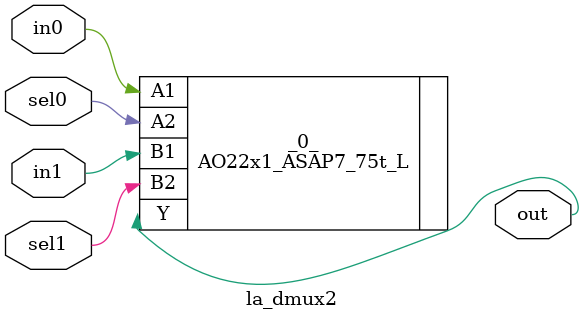
<source format=v>

/* Generated by Yosys 0.40 (git sha1 a1bb0255d, g++ 11.4.0-1ubuntu1~22.04 -fPIC -Os) */

module la_dmux2(sel1, sel0, in1, in0, out);
  input in0;
  wire in0;
  input in1;
  wire in1;
  output out;
  wire out;
  input sel0;
  wire sel0;
  input sel1;
  wire sel1;
  AO22x1_ASAP7_75t_L _0_ (
    .A1(in0),
    .A2(sel0),
    .B1(in1),
    .B2(sel1),
    .Y(out)
  );
endmodule

</source>
